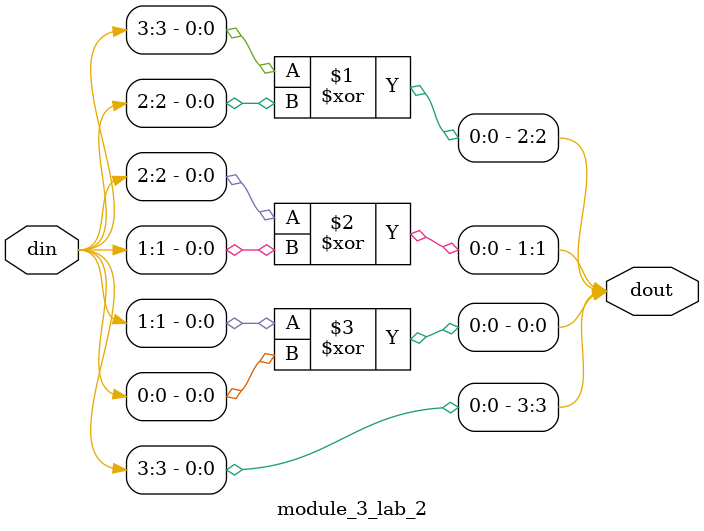
<source format=sv>
module module_3_lab_2 (
    input logic [3:0] din,
    output logic [3:0] dout
);
// Преобразование из двоичного кода в код Грея выполняется по простому правилу:
//Старший бит кода Грея равен старшему биту двоичного кода
// Каждый следующий бит кода Грея получается как XOR (исключающее ИЛИ) между соответствующим и старшим соседним битом двоичного кода
//
//Преобразование по правилам кода Грея
//
assign dout[3] = din[3];
assign dout[2] = din[3] ^ din[2]; // XOR между битами
assign dout[1] = din[2] ^ din[1];
assign dout[0] = din[1] ^ din[0];

endmodule
</source>
